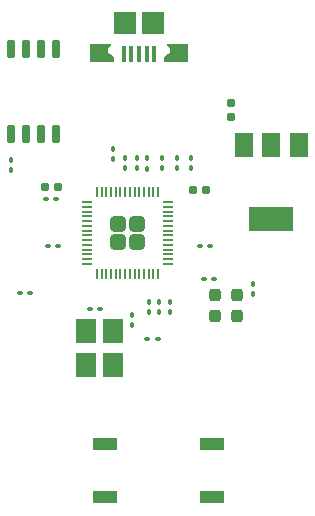
<source format=gtp>
G04 #@! TF.GenerationSoftware,KiCad,Pcbnew,7.0.5-4d25ed1034~172~ubuntu22.04.1*
G04 #@! TF.CreationDate,2023-07-05T09:01:55+07:00*
G04 #@! TF.ProjectId,TMPboardM,544d5062-6f61-4726-944d-2e6b69636164,rev?*
G04 #@! TF.SameCoordinates,Original*
G04 #@! TF.FileFunction,Paste,Top*
G04 #@! TF.FilePolarity,Positive*
%FSLAX46Y46*%
G04 Gerber Fmt 4.6, Leading zero omitted, Abs format (unit mm)*
G04 Created by KiCad (PCBNEW 7.0.5-4d25ed1034~172~ubuntu22.04.1) date 2023-07-05 09:01:55*
%MOMM*%
%LPD*%
G01*
G04 APERTURE LIST*
G04 Aperture macros list*
%AMRoundRect*
0 Rectangle with rounded corners*
0 $1 Rounding radius*
0 $2 $3 $4 $5 $6 $7 $8 $9 X,Y pos of 4 corners*
0 Add a 4 corners polygon primitive as box body*
4,1,4,$2,$3,$4,$5,$6,$7,$8,$9,$2,$3,0*
0 Add four circle primitives for the rounded corners*
1,1,$1+$1,$2,$3*
1,1,$1+$1,$4,$5*
1,1,$1+$1,$6,$7*
1,1,$1+$1,$8,$9*
0 Add four rect primitives between the rounded corners*
20,1,$1+$1,$2,$3,$4,$5,0*
20,1,$1+$1,$4,$5,$6,$7,0*
20,1,$1+$1,$6,$7,$8,$9,0*
20,1,$1+$1,$8,$9,$2,$3,0*%
%AMFreePoly0*
4,1,9,1.050000,0.350000,0.550000,0.000000,0.550000,-0.400000,0.800000,-0.650000,0.800000,-0.800000,-1.050000,-0.800000,-1.050000,0.800000,1.050000,0.800000,1.050000,0.350000,1.050000,0.350000,$1*%
%AMFreePoly1*
4,1,9,1.050000,-0.800000,-0.800000,-0.800000,-0.800000,-0.650000,-0.550000,-0.400000,-0.550000,0.000000,-1.050000,0.350000,-1.050000,0.800000,1.050000,0.800000,1.050000,-0.800000,1.050000,-0.800000,$1*%
G04 Aperture macros list end*
%ADD10RoundRect,0.090000X-0.090000X0.139000X-0.090000X-0.139000X0.090000X-0.139000X0.090000X0.139000X0*%
%ADD11RoundRect,0.155000X0.155000X-0.212500X0.155000X0.212500X-0.155000X0.212500X-0.155000X-0.212500X0*%
%ADD12RoundRect,0.155000X-0.212500X-0.155000X0.212500X-0.155000X0.212500X0.155000X-0.212500X0.155000X0*%
%ADD13RoundRect,0.090000X0.090000X-0.139000X0.090000X0.139000X-0.090000X0.139000X-0.090000X-0.139000X0*%
%ADD14RoundRect,0.090000X-0.139000X-0.090000X0.139000X-0.090000X0.139000X0.090000X-0.139000X0.090000X0*%
%ADD15RoundRect,0.090000X0.139000X0.090000X-0.139000X0.090000X-0.139000X-0.090000X0.139000X-0.090000X0*%
%ADD16R,0.400000X1.350000*%
%ADD17FreePoly0,180.000000*%
%ADD18R,1.900000X1.900000*%
%ADD19FreePoly1,180.000000*%
%ADD20R,1.500000X2.000000*%
%ADD21R,3.800000X2.000000*%
%ADD22RoundRect,0.155000X0.212500X0.155000X-0.212500X0.155000X-0.212500X-0.155000X0.212500X-0.155000X0*%
%ADD23RoundRect,0.237500X0.237500X-0.287500X0.237500X0.287500X-0.237500X0.287500X-0.237500X-0.287500X0*%
%ADD24RoundRect,0.249999X-0.395001X-0.395001X0.395001X-0.395001X0.395001X0.395001X-0.395001X0.395001X0*%
%ADD25RoundRect,0.050000X-0.387500X-0.050000X0.387500X-0.050000X0.387500X0.050000X-0.387500X0.050000X0*%
%ADD26RoundRect,0.050000X-0.050000X-0.387500X0.050000X-0.387500X0.050000X0.387500X-0.050000X0.387500X0*%
%ADD27R,1.800000X2.100000*%
%ADD28RoundRect,0.150000X0.150000X-0.650000X0.150000X0.650000X-0.150000X0.650000X-0.150000X-0.650000X0*%
%ADD29R,2.100000X1.100000*%
G04 APERTURE END LIST*
D10*
X98320000Y-75530000D03*
X98320000Y-76395000D03*
D11*
X96480000Y-61380000D03*
X96480000Y-60245000D03*
D12*
X93232500Y-67560000D03*
X94367500Y-67560000D03*
D10*
X91280000Y-77065000D03*
X91280000Y-77930000D03*
D13*
X91920000Y-65732500D03*
X91920000Y-64867500D03*
D14*
X93837500Y-72360000D03*
X94702500Y-72360000D03*
D15*
X81612500Y-68340000D03*
X80747500Y-68340000D03*
D16*
X89960000Y-56107500D03*
X89310000Y-56107500D03*
X88660000Y-56107500D03*
X88010000Y-56107500D03*
X87360000Y-56107500D03*
D17*
X91760000Y-55982500D03*
D18*
X89860000Y-53432500D03*
X87460000Y-53432500D03*
D19*
X85560000Y-55982500D03*
D10*
X90380000Y-77055000D03*
X90380000Y-77920000D03*
D15*
X85352500Y-77680000D03*
X84487500Y-77680000D03*
D20*
X102170000Y-63770000D03*
X99870000Y-63770000D03*
D21*
X99870000Y-70070000D03*
D20*
X97570000Y-63770000D03*
D22*
X81837500Y-67290000D03*
X80702500Y-67290000D03*
D15*
X90232500Y-80200000D03*
X89367500Y-80200000D03*
D14*
X80927500Y-72360000D03*
X81792500Y-72360000D03*
D23*
X95140000Y-78212500D03*
X95140000Y-76462500D03*
X96920000Y-78215000D03*
X96920000Y-76465000D03*
D10*
X88100000Y-78127500D03*
X88100000Y-78992500D03*
D13*
X90580000Y-65752500D03*
X90580000Y-64887500D03*
X86490000Y-64982500D03*
X86490000Y-64117500D03*
X89380000Y-65762500D03*
X89380000Y-64897500D03*
D14*
X78577500Y-76260000D03*
X79442500Y-76260000D03*
D13*
X87510000Y-65722500D03*
X87510000Y-64857500D03*
D10*
X89480000Y-77055000D03*
X89480000Y-77920000D03*
D13*
X93060000Y-65742500D03*
X93060000Y-64877500D03*
D24*
X86890000Y-70420000D03*
X86890000Y-72020000D03*
X88490000Y-70420000D03*
X88490000Y-72020000D03*
D25*
X84252500Y-68620000D03*
X84252500Y-69020000D03*
X84252500Y-69420000D03*
X84252500Y-69820000D03*
X84252500Y-70220000D03*
X84252500Y-70620000D03*
X84252500Y-71020000D03*
X84252500Y-71420000D03*
X84252500Y-71820000D03*
X84252500Y-72220000D03*
X84252500Y-72620000D03*
X84252500Y-73020000D03*
X84252500Y-73420000D03*
X84252500Y-73820000D03*
D26*
X85090000Y-74657500D03*
X85490000Y-74657500D03*
X85890000Y-74657500D03*
X86290000Y-74657500D03*
X86690000Y-74657500D03*
X87090000Y-74657500D03*
X87490000Y-74657500D03*
X87890000Y-74657500D03*
X88290000Y-74657500D03*
X88690000Y-74657500D03*
X89090000Y-74657500D03*
X89490000Y-74657500D03*
X89890000Y-74657500D03*
X90290000Y-74657500D03*
D25*
X91127500Y-73820000D03*
X91127500Y-73420000D03*
X91127500Y-73020000D03*
X91127500Y-72620000D03*
X91127500Y-72220000D03*
X91127500Y-71820000D03*
X91127500Y-71420000D03*
X91127500Y-71020000D03*
X91127500Y-70620000D03*
X91127500Y-70220000D03*
X91127500Y-69820000D03*
X91127500Y-69420000D03*
X91127500Y-69020000D03*
X91127500Y-68620000D03*
D26*
X90290000Y-67782500D03*
X89890000Y-67782500D03*
X89490000Y-67782500D03*
X89090000Y-67782500D03*
X88690000Y-67782500D03*
X88290000Y-67782500D03*
X87890000Y-67782500D03*
X87490000Y-67782500D03*
X87090000Y-67782500D03*
X86690000Y-67782500D03*
X86290000Y-67782500D03*
X85890000Y-67782500D03*
X85490000Y-67782500D03*
X85090000Y-67782500D03*
D27*
X86490000Y-82390000D03*
X86490000Y-79490000D03*
X84190000Y-79490000D03*
X84190000Y-82390000D03*
D14*
X94167500Y-75130000D03*
X95032500Y-75130000D03*
D13*
X88480000Y-65752500D03*
X88480000Y-64887500D03*
D28*
X77830000Y-62870000D03*
X79100000Y-62870000D03*
X80370000Y-62870000D03*
X81640000Y-62870000D03*
X81640000Y-55670000D03*
X80370000Y-55670000D03*
X79100000Y-55670000D03*
X77830000Y-55670000D03*
D13*
X77840000Y-65902500D03*
X77840000Y-65037500D03*
D29*
X85780000Y-93590000D03*
X94880000Y-93590000D03*
X94880000Y-89090000D03*
X85780000Y-89090000D03*
M02*

</source>
